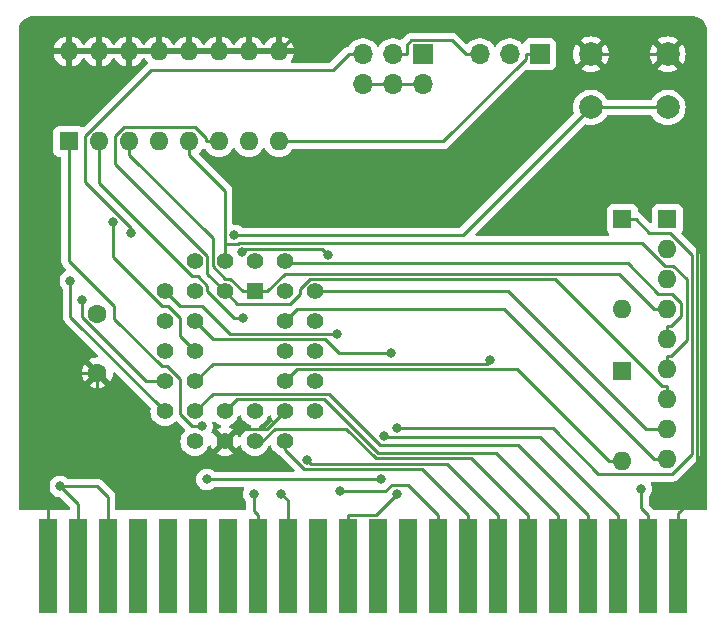
<source format=gbr>
%TF.GenerationSoftware,KiCad,Pcbnew,8.0.2*%
%TF.CreationDate,2024-09-02T19:20:55+02:00*%
%TF.ProjectId,c64-megacart,6336342d-6d65-4676-9163-6172742e6b69,rev?*%
%TF.SameCoordinates,Original*%
%TF.FileFunction,Copper,L1,Top*%
%TF.FilePolarity,Positive*%
%FSLAX46Y46*%
G04 Gerber Fmt 4.6, Leading zero omitted, Abs format (unit mm)*
G04 Created by KiCad (PCBNEW 8.0.2) date 2024-09-02 19:20:55*
%MOMM*%
%LPD*%
G01*
G04 APERTURE LIST*
%TA.AperFunction,ComponentPad*%
%ADD10C,1.600000*%
%TD*%
%TA.AperFunction,ComponentPad*%
%ADD11C,2.000000*%
%TD*%
%TA.AperFunction,SMDPad,CuDef*%
%ADD12R,1.524000X8.000000*%
%TD*%
%TA.AperFunction,ComponentPad*%
%ADD13R,1.600000X1.600000*%
%TD*%
%TA.AperFunction,ComponentPad*%
%ADD14O,1.600000X1.600000*%
%TD*%
%TA.AperFunction,ComponentPad*%
%ADD15R,1.700000X1.700000*%
%TD*%
%TA.AperFunction,ComponentPad*%
%ADD16O,1.700000X1.700000*%
%TD*%
%TA.AperFunction,ComponentPad*%
%ADD17R,1.422400X1.422400*%
%TD*%
%TA.AperFunction,ComponentPad*%
%ADD18C,1.422400*%
%TD*%
%TA.AperFunction,ViaPad*%
%ADD19C,0.800000*%
%TD*%
%TA.AperFunction,Conductor*%
%ADD20C,0.250000*%
%TD*%
G04 APERTURE END LIST*
D10*
%TO.P,C1,1*%
%TO.N,+5V*%
X29845000Y-51435000D03*
%TO.P,C1,2*%
%TO.N,GND*%
X29845000Y-56435000D03*
%TD*%
D11*
%TO.P,SW1,1*%
%TO.N,GND*%
X71628000Y-29464000D03*
X78128000Y-29464000D03*
%TO.P,SW1,2*%
%TO.N,~{RES}*%
X71628000Y-33964000D03*
X78128000Y-33964000D03*
%TD*%
D12*
%TO.P,U1,1*%
%TO.N,GND*%
X25654000Y-72769726D03*
%TO.P,U1,2*%
%TO.N,+5V*%
X28194000Y-72769726D03*
%TO.P,U1,3*%
X30734000Y-72769726D03*
%TO.P,U1,4*%
%TO.N,Net-(U1-Pad4)*%
X33274000Y-72769726D03*
%TO.P,U1,5*%
%TO.N,Net-(U1-Pad5)*%
X35814000Y-72769726D03*
%TO.P,U1,6*%
%TO.N,Net-(U1-Pad6)*%
X38354000Y-72769726D03*
%TO.P,U1,7*%
%TO.N,Net-(U1-Pad7)*%
X40894000Y-72769726D03*
%TO.P,U1,8*%
%TO.N,~{GAME}*%
X43434000Y-72769726D03*
%TO.P,U1,9*%
%TO.N,~{EXROM}*%
X45974000Y-72769726D03*
%TO.P,U1,10*%
%TO.N,Net-(U1-Pad10)*%
X48514000Y-72769726D03*
%TO.P,U1,11*%
%TO.N,~{ROML}*%
X51054000Y-72769726D03*
%TO.P,U1,12*%
%TO.N,Net-(U1-Pad12)*%
X53594000Y-72769726D03*
%TO.P,U1,13*%
%TO.N,Net-(U1-Pad13)*%
X56134000Y-72769726D03*
%TO.P,U1,14*%
%TO.N,D7*%
X58674000Y-72769726D03*
%TO.P,U1,15*%
%TO.N,D6*%
X61214000Y-72769726D03*
%TO.P,U1,16*%
%TO.N,D5*%
X63754000Y-72769726D03*
%TO.P,U1,17*%
%TO.N,D4*%
X66294000Y-72769726D03*
%TO.P,U1,18*%
%TO.N,D3*%
X68834000Y-72769726D03*
%TO.P,U1,19*%
%TO.N,D2*%
X71374000Y-72769726D03*
%TO.P,U1,20*%
%TO.N,D1*%
X73914000Y-72769726D03*
%TO.P,U1,21*%
%TO.N,D0*%
X76454000Y-72769726D03*
%TO.P,U1,22*%
%TO.N,GND*%
X78994000Y-72769726D03*
%TD*%
D13*
%TO.P,RN1,1*%
%TO.N,+5V*%
X78105000Y-43434000D03*
D14*
%TO.P,RN1,2*%
%TO.N,~{OE}*%
X78105000Y-45974000D03*
%TO.P,RN1,3*%
%TO.N,Net-(RN1-Pad3)*%
X78105000Y-48514000D03*
%TO.P,RN1,4*%
%TO.N,A18*%
X78105000Y-51054000D03*
%TO.P,RN1,5*%
%TO.N,A17*%
X78105000Y-53594000D03*
%TO.P,RN1,6*%
%TO.N,A16*%
X78105000Y-56134000D03*
%TO.P,RN1,7*%
%TO.N,A15*%
X78105000Y-58674000D03*
%TO.P,RN1,8*%
%TO.N,A14*%
X78105000Y-61214000D03*
%TO.P,RN1,9*%
%TO.N,A13*%
X78105000Y-63754000D03*
%TD*%
D13*
%TO.P,D1,1*%
%TO.N,~{ROML}*%
X74295000Y-43434000D03*
D14*
%TO.P,D1,2*%
%TO.N,~{OE}*%
X74295000Y-51054000D03*
%TD*%
D13*
%TO.P,D2,1*%
%TO.N,~{ROMH}*%
X74295000Y-56261000D03*
D14*
%TO.P,D2,2*%
%TO.N,~{OE}*%
X74295000Y-63881000D03*
%TD*%
D15*
%TO.P,J1,1*%
%TO.N,~{OE}*%
X57404000Y-29464000D03*
D16*
%TO.P,J1,2*%
X57404000Y-32004000D03*
%TO.P,J1,3*%
%TO.N,~{ROML}*%
X54864000Y-29464000D03*
%TO.P,J1,4*%
%TO.N,~{OE}*%
X54864000Y-32004000D03*
%TO.P,J1,5*%
%TO.N,~{ROMH}*%
X52324000Y-29464000D03*
%TO.P,J1,6*%
%TO.N,~{OE}*%
X52324000Y-32004000D03*
%TD*%
D15*
%TO.P,J2,1*%
%TO.N,Net-(J2-Pad1)*%
X67310000Y-29464000D03*
D16*
%TO.P,J2,2*%
%TO.N,A13*%
X64770000Y-29464000D03*
%TO.P,J2,3*%
%TO.N,~{ROML}*%
X62230000Y-29464000D03*
%TD*%
D13*
%TO.P,SW2,1*%
%TO.N,~{GAME}*%
X27432000Y-36830000D03*
D14*
%TO.P,SW2,2*%
%TO.N,~{EXROM}*%
X29972000Y-36830000D03*
%TO.P,SW2,3*%
%TO.N,A18*%
X32512000Y-36830000D03*
%TO.P,SW2,4*%
%TO.N,A17*%
X35052000Y-36830000D03*
%TO.P,SW2,5*%
%TO.N,A16*%
X37592000Y-36830000D03*
%TO.P,SW2,6*%
%TO.N,A15*%
X40132000Y-36830000D03*
%TO.P,SW2,7*%
%TO.N,A14*%
X42672000Y-36830000D03*
%TO.P,SW2,8*%
%TO.N,Net-(J2-Pad1)*%
X45212000Y-36830000D03*
%TO.P,SW2,9*%
%TO.N,GND*%
X45212000Y-29210000D03*
%TO.P,SW2,10*%
X42672000Y-29210000D03*
%TO.P,SW2,11*%
X40132000Y-29210000D03*
%TO.P,SW2,12*%
X37592000Y-29210000D03*
%TO.P,SW2,13*%
X35052000Y-29210000D03*
%TO.P,SW2,14*%
X32512000Y-29210000D03*
%TO.P,SW2,15*%
X29972000Y-29210000D03*
%TO.P,SW2,16*%
X27432000Y-29210000D03*
%TD*%
D17*
%TO.P,U2,1*%
%TO.N,A18*%
X43180000Y-49530000D03*
D18*
%TO.P,U2,2*%
%TO.N,A16*%
X40640000Y-46990000D03*
%TO.P,U2,3*%
%TO.N,A15*%
X40640000Y-49530000D03*
%TO.P,U2,4*%
%TO.N,Net-(U1-PadK)*%
X38100000Y-46990000D03*
%TO.P,U2,5*%
%TO.N,Net-(U1-PadR)*%
X35560000Y-49530000D03*
%TO.P,U2,6*%
%TO.N,Net-(U1-PadS)*%
X38100000Y-49530000D03*
%TO.P,U2,7*%
%TO.N,Net-(U1-PadT)*%
X35560000Y-52070000D03*
%TO.P,U2,8*%
%TO.N,Net-(U1-PadU)*%
X38100000Y-52070000D03*
%TO.P,U2,9*%
%TO.N,Net-(U1-PadV)*%
X35560000Y-54610000D03*
%TO.P,U2,10*%
%TO.N,Net-(U1-PadW)*%
X38100000Y-54610000D03*
%TO.P,U2,11*%
%TO.N,Net-(U1-PadX)*%
X35560000Y-57150000D03*
%TO.P,U2,12*%
%TO.N,Net-(U1-PadY)*%
X38100000Y-57150000D03*
%TO.P,U2,13*%
%TO.N,D0*%
X35560000Y-59690000D03*
%TO.P,U2,14*%
%TO.N,D1*%
X38100000Y-62230000D03*
%TO.P,U2,15*%
%TO.N,D2*%
X38100000Y-59690000D03*
%TO.P,U2,16*%
%TO.N,GND*%
X40640000Y-62230000D03*
%TO.P,U2,17*%
%TO.N,D3*%
X40640000Y-59690000D03*
%TO.P,U2,18*%
%TO.N,D4*%
X43180000Y-62230000D03*
%TO.P,U2,19*%
%TO.N,D5*%
X43180000Y-59690000D03*
%TO.P,U2,20*%
%TO.N,D6*%
X45720000Y-62230000D03*
%TO.P,U2,21*%
%TO.N,D7*%
X48260000Y-59690000D03*
%TO.P,U2,22*%
%TO.N,GND*%
X45720000Y-59690000D03*
%TO.P,U2,23*%
%TO.N,Net-(U1-PadM)*%
X48260000Y-57150000D03*
%TO.P,U2,24*%
%TO.N,~{OE}*%
X45720000Y-57150000D03*
%TO.P,U2,25*%
%TO.N,Net-(U1-PadL)*%
X48260000Y-54610000D03*
%TO.P,U2,26*%
%TO.N,Net-(U1-PadN)*%
X45720000Y-54610000D03*
%TO.P,U2,27*%
%TO.N,Net-(U1-PadP)*%
X48260000Y-52070000D03*
%TO.P,U2,28*%
%TO.N,A13*%
X45720000Y-52070000D03*
%TO.P,U2,29*%
%TO.N,A14*%
X48260000Y-49530000D03*
%TO.P,U2,30*%
%TO.N,A17*%
X45720000Y-46990000D03*
%TO.P,U2,31*%
%TO.N,+5V*%
X45720000Y-49530000D03*
%TO.P,U2,32*%
X43180000Y-46990000D03*
%TD*%
D19*
%TO.N,GND*%
X79625000Y-66301300D03*
%TO.N,+5V*%
X26670000Y-66040000D03*
%TO.N,Net-(U1-PadU)*%
X54669500Y-54776500D03*
%TO.N,Net-(U1-PadV)*%
X42112100Y-46195300D03*
X49377500Y-46445700D03*
%TO.N,Net-(U1-PadW)*%
X31152600Y-43649800D03*
%TO.N,Net-(U1-PadX)*%
X28538500Y-50293400D03*
%TO.N,Net-(U1-PadY)*%
X63103900Y-55369200D03*
%TO.N,Net-(U1-PadR)*%
X50128700Y-53123200D03*
%TO.N,~{RES}*%
X41442100Y-44799700D03*
%TO.N,~{GAME}*%
X38708000Y-60947300D03*
X43088900Y-66698200D03*
%TO.N,~{EXROM}*%
X42143400Y-51758100D03*
X45417500Y-66677300D03*
%TO.N,~{ROML}*%
X55194200Y-66679800D03*
X55194200Y-61144000D03*
%TO.N,D7*%
X50386100Y-66446300D03*
%TO.N,D5*%
X47631800Y-63813700D03*
%TO.N,D1*%
X39116000Y-65457600D03*
X53892300Y-65457600D03*
X54098600Y-61800600D03*
%TO.N,D0*%
X27555400Y-48630800D03*
X75908200Y-66275700D03*
%TO.N,~{ROMH}*%
X32713000Y-44562300D03*
%TD*%
D20*
%TO.N,GND*%
X42672000Y-29210000D02*
X40132000Y-29210000D01*
X44216200Y-61193800D02*
X45720000Y-59690000D01*
X24765000Y-64770000D02*
X25654000Y-65659000D01*
X40640000Y-62230000D02*
X41676200Y-61193800D01*
X78359000Y-29464000D02*
X78128000Y-29464000D01*
X29845000Y-60960000D02*
X34290000Y-65405000D01*
X24765000Y-30480000D02*
X24765000Y-54610000D01*
X24765000Y-54610000D02*
X24765000Y-55245000D01*
X79625100Y-66301300D02*
X80321900Y-66998100D01*
X71628000Y-29464000D02*
X69469000Y-27305000D01*
X24765000Y-55245000D02*
X24765000Y-64770000D01*
X37592000Y-29210000D02*
X35052000Y-29210000D01*
X34290000Y-65405000D02*
X37465000Y-65405000D01*
X25955000Y-56435000D02*
X29845000Y-56435000D01*
X29845000Y-56435000D02*
X29845000Y-60960000D01*
X37465000Y-65405000D02*
X40640000Y-62230000D01*
X24765000Y-55245000D02*
X25955000Y-56435000D01*
X45212000Y-29210000D02*
X42672000Y-29210000D01*
X69469000Y-27305000D02*
X47117000Y-27305000D01*
X41676200Y-61193800D02*
X44216200Y-61193800D01*
X80645000Y-31750000D02*
X78359000Y-29464000D01*
X25654000Y-65659000D02*
X25654000Y-72769700D01*
X32512000Y-29210000D02*
X29972000Y-29210000D01*
X29972000Y-29210000D02*
X27432000Y-29210000D01*
X80645000Y-66675000D02*
X80645000Y-31750000D01*
X78994000Y-68326000D02*
X80321900Y-66998100D01*
X47117000Y-27305000D02*
X45212000Y-29210000D01*
X78994000Y-72769700D02*
X78994000Y-68326000D01*
X26035000Y-29210000D02*
X24765000Y-30480000D01*
X24765000Y-54610000D02*
X24765000Y-55245000D01*
X78128000Y-29464000D02*
X71628000Y-29464000D01*
X79625000Y-66301300D02*
X79625100Y-66301300D01*
X40132000Y-29210000D02*
X37592000Y-29210000D01*
X35052000Y-29210000D02*
X32512000Y-29210000D01*
X27432000Y-29210000D02*
X26035000Y-29210000D01*
X80321900Y-66998100D02*
X80645000Y-66675000D01*
%TO.N,+5V*%
X30734000Y-66929000D02*
X29845000Y-66040000D01*
X28194000Y-67564000D02*
X26670000Y-66040000D01*
X30734000Y-72769700D02*
X30734000Y-66929000D01*
X28194000Y-72769700D02*
X28194000Y-67564000D01*
X29845000Y-66040000D02*
X26670000Y-66040000D01*
%TO.N,A13*%
X76979700Y-63754000D02*
X64252300Y-51026600D01*
X64252300Y-51026600D02*
X46763400Y-51026600D01*
X46763400Y-51026600D02*
X45720000Y-52070000D01*
X78105000Y-63754000D02*
X76979700Y-63754000D01*
%TO.N,A14*%
X76328200Y-61214000D02*
X64644200Y-49530000D01*
X78105000Y-61214000D02*
X76328200Y-61214000D01*
X64644200Y-49530000D02*
X48260000Y-49530000D01*
%TO.N,A15*%
X31359400Y-36389800D02*
X31359400Y-38773300D01*
X46990000Y-49748600D02*
X46162400Y-50576200D01*
X39006700Y-36548700D02*
X38111900Y-35653900D01*
X77667400Y-57548700D02*
X68612100Y-48493400D01*
X39006700Y-36830000D02*
X39006700Y-36548700D01*
X46162400Y-50576200D02*
X41686200Y-50576200D01*
X47830700Y-48493400D02*
X46990000Y-49334100D01*
X78105000Y-58674000D02*
X78105000Y-57548700D01*
X78105000Y-57548700D02*
X77667400Y-57548700D01*
X39144700Y-48034700D02*
X40640000Y-49530000D01*
X38111900Y-35653900D02*
X32095300Y-35653900D01*
X32095300Y-35653900D02*
X31359400Y-36389800D01*
X31359400Y-38773300D02*
X39144700Y-46558600D01*
X39144700Y-46558600D02*
X39144700Y-48034700D01*
X68612100Y-48493400D02*
X47830700Y-48493400D01*
X46990000Y-49334100D02*
X46990000Y-49748600D01*
X41686200Y-50576200D02*
X40640000Y-49530000D01*
X40132000Y-36830000D02*
X39006700Y-36830000D01*
%TO.N,A16*%
X78386300Y-55008700D02*
X79744200Y-53650800D01*
X79744200Y-48511800D02*
X78621000Y-47388600D01*
X77928000Y-47388600D02*
X75996200Y-45456800D01*
X78621000Y-47388600D02*
X77928000Y-47388600D01*
X41738500Y-45543100D02*
X40640000Y-45543100D01*
X37592000Y-37955300D02*
X40640000Y-41003300D01*
X37592000Y-36830000D02*
X37592000Y-37955300D01*
X78105000Y-55008700D02*
X78386300Y-55008700D01*
X40640000Y-41003300D02*
X40640000Y-45543100D01*
X79744200Y-53650800D02*
X79744200Y-48511800D01*
X40640000Y-45543100D02*
X40640000Y-46990000D01*
X41824800Y-45456800D02*
X41738500Y-45543100D01*
X75996200Y-45456800D02*
X41824800Y-45456800D01*
X78105000Y-56134000D02*
X78105000Y-55008700D01*
%TO.N,A17*%
X78386300Y-52468700D02*
X78105000Y-52468700D01*
X78105000Y-53594000D02*
X78105000Y-52468700D01*
X45720000Y-46990000D02*
X45901000Y-47171000D01*
X79233700Y-50535800D02*
X79233700Y-51621300D01*
X74740000Y-47171000D02*
X77353000Y-49784000D01*
X45901000Y-47171000D02*
X74740000Y-47171000D01*
X79233700Y-51621300D02*
X78386300Y-52468700D01*
X77353000Y-49784000D02*
X78481900Y-49784000D01*
X78481900Y-49784000D02*
X79233700Y-50535800D01*
%TO.N,Net-(U1-PadU)*%
X39603500Y-53573500D02*
X38100000Y-52070000D01*
X50324600Y-54776500D02*
X49121600Y-53573500D01*
X49121600Y-53573500D02*
X39603500Y-53573500D01*
X54669500Y-54776500D02*
X50324600Y-54776500D01*
%TO.N,Net-(U1-PadV)*%
X49377500Y-46445700D02*
X48885300Y-45953500D01*
X48885300Y-45953500D02*
X42353900Y-45953500D01*
X42353900Y-45953500D02*
X42112100Y-46195300D01*
%TO.N,Net-(U1-PadW)*%
X38100000Y-54610000D02*
X36830000Y-53340000D01*
X31152600Y-46624900D02*
X31152600Y-43649800D01*
X36830000Y-51819700D02*
X35810100Y-50799800D01*
X35327500Y-50799800D02*
X31152600Y-46624900D01*
X36830000Y-53340000D02*
X36830000Y-51819700D01*
X35810100Y-50799800D02*
X35327500Y-50799800D01*
%TO.N,Net-(U1-PadX)*%
X28538500Y-51719900D02*
X33968600Y-57150000D01*
X28538500Y-50293400D02*
X28538500Y-51719900D01*
X33968600Y-57150000D02*
X35560000Y-57150000D01*
%TO.N,Net-(U1-PadY)*%
X62818300Y-55654800D02*
X63103900Y-55369200D01*
X38100000Y-57150000D02*
X39595200Y-55654800D01*
X39595200Y-55654800D02*
X62818300Y-55654800D01*
%TO.N,Net-(U1-PadR)*%
X38733100Y-50800000D02*
X36830000Y-50800000D01*
X41056300Y-53123200D02*
X38733100Y-50800000D01*
X36830000Y-50800000D02*
X35560000Y-49530000D01*
X50128700Y-53123200D02*
X41056300Y-53123200D01*
%TO.N,A18*%
X41107000Y-48493500D02*
X42143500Y-49530000D01*
X39595100Y-47420900D02*
X40667700Y-48493500D01*
X32512000Y-37955300D02*
X39595100Y-45038400D01*
X39595100Y-45038400D02*
X39595100Y-47420900D01*
X40667700Y-48493500D02*
X41107000Y-48493500D01*
X32512000Y-36830000D02*
X32512000Y-37955300D01*
X76979700Y-51054000D02*
X73968800Y-48043100D01*
X78105000Y-51054000D02*
X76979700Y-51054000D01*
X43180000Y-49530000D02*
X42143500Y-49530000D01*
X45703400Y-48043100D02*
X44216500Y-49530000D01*
X43180000Y-49530000D02*
X44216500Y-49530000D01*
X73968800Y-48043100D02*
X45703400Y-48043100D01*
%TO.N,~{OE}*%
X54864000Y-32004000D02*
X52324000Y-32004000D01*
X57404000Y-32004000D02*
X54864000Y-32004000D01*
X65393900Y-56105200D02*
X73169700Y-63881000D01*
X46764800Y-56105200D02*
X65393900Y-56105200D01*
X45720000Y-57150000D02*
X46764800Y-56105200D01*
X74295000Y-63881000D02*
X73169700Y-63881000D01*
%TO.N,~{RES}*%
X71628000Y-33964000D02*
X60792300Y-44799700D01*
X71628000Y-33964000D02*
X78128000Y-33964000D01*
X60792300Y-44799700D02*
X41442100Y-44799700D01*
%TO.N,~{GAME}*%
X37879300Y-60947300D02*
X36830000Y-59898000D01*
X43434000Y-68444400D02*
X43088900Y-68099300D01*
X43434000Y-72769700D02*
X43434000Y-68444400D01*
X43088900Y-68099300D02*
X43088900Y-66698200D01*
X35297300Y-55880000D02*
X31286900Y-51869600D01*
X27432000Y-46954500D02*
X27432000Y-36830000D01*
X31286900Y-50809400D02*
X27432000Y-46954500D01*
X35761600Y-55880000D02*
X35297300Y-55880000D01*
X36830000Y-56948400D02*
X35761600Y-55880000D01*
X36830000Y-59898000D02*
X36830000Y-56948400D01*
X38708000Y-60947300D02*
X37879300Y-60947300D01*
X31286900Y-51869600D02*
X31286900Y-50809400D01*
%TO.N,~{EXROM}*%
X39136600Y-49046100D02*
X38350500Y-48260000D01*
X29972000Y-40336000D02*
X29972000Y-37955300D01*
X42143400Y-51758100D02*
X41370600Y-51758100D01*
X29972000Y-36830000D02*
X29972000Y-37955300D01*
X37896000Y-48260000D02*
X29972000Y-40336000D01*
X41370600Y-51758100D02*
X39136600Y-49524100D01*
X39136600Y-49524100D02*
X39136600Y-49046100D01*
X45974000Y-72769700D02*
X45974000Y-67233800D01*
X45974000Y-67233800D02*
X45417500Y-66677300D01*
X38350500Y-48260000D02*
X37896000Y-48260000D01*
%TO.N,~{ROML}*%
X74295000Y-43434000D02*
X75420300Y-43434000D01*
X62230000Y-29464000D02*
X61054700Y-29464000D01*
X59879400Y-28288700D02*
X61054700Y-29464000D01*
X56406600Y-28288700D02*
X59879400Y-28288700D01*
X68383200Y-61144000D02*
X55194200Y-61144000D01*
X51054000Y-72769700D02*
X51054000Y-68444400D01*
X56039300Y-29464000D02*
X56039300Y-28656000D01*
X56039300Y-28656000D02*
X56406600Y-28288700D01*
X51054000Y-68444400D02*
X53429600Y-68444400D01*
X76545600Y-44559300D02*
X78287300Y-44559300D01*
X54864000Y-29464000D02*
X56039300Y-29464000D01*
X78494300Y-65014700D02*
X72253900Y-65014700D01*
X75420300Y-43434000D02*
X76545600Y-44559300D01*
X80194600Y-46466600D02*
X80194600Y-63314400D01*
X80194600Y-63314400D02*
X78494300Y-65014700D01*
X53429600Y-68444400D02*
X55194200Y-66679800D01*
X78287300Y-44559300D02*
X80194600Y-46466600D01*
X72253900Y-65014700D02*
X68383200Y-61144000D01*
%TO.N,D7*%
X54749900Y-65894300D02*
X54197900Y-66446300D01*
X54197900Y-66446300D02*
X50386100Y-66446300D01*
X58674000Y-68444400D02*
X56123900Y-65894300D01*
X58674000Y-72769700D02*
X58674000Y-68444400D01*
X56123900Y-65894300D02*
X54749900Y-65894300D01*
%TO.N,D6*%
X57340800Y-64571200D02*
X61214000Y-68444400D01*
X61214000Y-72769700D02*
X61214000Y-68444400D01*
X45720000Y-62230000D02*
X45720000Y-62927600D01*
X47363600Y-64571200D02*
X57340800Y-64571200D01*
X45720000Y-62927600D02*
X47363600Y-64571200D01*
%TO.N,D5*%
X47631800Y-63813700D02*
X47939000Y-64120900D01*
X47939000Y-64120900D02*
X59430500Y-64120900D01*
X59430500Y-64120900D02*
X63754000Y-68444400D01*
X63754000Y-72769700D02*
X63754000Y-68444400D01*
%TO.N,D4*%
X44862400Y-61184500D02*
X50921300Y-61184500D01*
X43180000Y-62230000D02*
X43816900Y-62230000D01*
X61520200Y-63670600D02*
X66294000Y-68444400D01*
X66294000Y-72769700D02*
X66294000Y-68444400D01*
X43816900Y-62230000D02*
X44862400Y-61184500D01*
X53407400Y-63670600D02*
X61520200Y-63670600D01*
X50921300Y-61184500D02*
X53407400Y-63670600D01*
%TO.N,D3*%
X63609900Y-63220300D02*
X68834000Y-68444400D01*
X68834000Y-72769700D02*
X68834000Y-68444400D01*
X49019000Y-58645300D02*
X53594000Y-63220300D01*
X40640000Y-59690000D02*
X41684700Y-58645300D01*
X53594000Y-63220300D02*
X63609900Y-63220300D01*
X41684700Y-58645300D02*
X49019000Y-58645300D01*
%TO.N,D2*%
X53780900Y-62544900D02*
X49422600Y-58186600D01*
X71374000Y-72769700D02*
X71374000Y-68444400D01*
X71374000Y-68444400D02*
X65474500Y-62544900D01*
X39603400Y-58186600D02*
X38100000Y-59690000D01*
X49422600Y-58186600D02*
X39603400Y-58186600D01*
X65474500Y-62544900D02*
X53780900Y-62544900D01*
%TO.N,D1*%
X73914000Y-68444400D02*
X67339000Y-61869400D01*
X73914000Y-72769700D02*
X73914000Y-68444400D01*
X39116000Y-65457600D02*
X53892300Y-65457600D01*
X54167400Y-61869400D02*
X54098600Y-61800600D01*
X67339000Y-61869400D02*
X54167400Y-61869400D01*
%TO.N,D0*%
X76454000Y-72769700D02*
X76454000Y-68444400D01*
X76454000Y-68444400D02*
X75908200Y-67898600D01*
X27555400Y-51685400D02*
X35560000Y-59690000D01*
X75908200Y-67898600D02*
X75908200Y-66275700D01*
X27555400Y-48630800D02*
X27555400Y-51685400D01*
%TO.N,~{ROMH}*%
X49784100Y-30828600D02*
X51148700Y-29464000D01*
X32713000Y-44184400D02*
X28833300Y-40304700D01*
X52324000Y-29464000D02*
X51148700Y-29464000D01*
X28833300Y-40304700D02*
X28833300Y-36349400D01*
X28833300Y-36349400D02*
X34354100Y-30828600D01*
X34354100Y-30828600D02*
X49784100Y-30828600D01*
X32713000Y-44562300D02*
X32713000Y-44184400D01*
%TO.N,Net-(J2-Pad1)*%
X66134700Y-29831300D02*
X59136000Y-36830000D01*
X59136000Y-36830000D02*
X45212000Y-36830000D01*
X66134700Y-29464000D02*
X66134700Y-29831300D01*
X67310000Y-29464000D02*
X66134700Y-29464000D01*
%TD*%
%TA.AperFunction,Conductor*%
%TO.N,GND*%
G36*
X80268930Y-26237888D02*
G01*
X80440975Y-26251428D01*
X80460503Y-26254521D01*
X80541991Y-26274084D01*
X80623480Y-26293648D01*
X80642283Y-26299758D01*
X80797128Y-26363897D01*
X80814745Y-26372873D01*
X80957658Y-26460450D01*
X80973653Y-26472072D01*
X81101098Y-26580920D01*
X81115079Y-26594901D01*
X81223927Y-26722346D01*
X81235549Y-26738341D01*
X81323126Y-26881254D01*
X81332102Y-26898871D01*
X81396241Y-27053716D01*
X81402351Y-27072520D01*
X81441478Y-27235496D01*
X81444571Y-27255024D01*
X81458112Y-27427069D01*
X81458500Y-27436955D01*
X81458500Y-67946000D01*
X81438498Y-68014121D01*
X81384842Y-68060614D01*
X81332500Y-68072000D01*
X77029696Y-68072000D01*
X76961575Y-68051998D01*
X76940601Y-68035095D01*
X76578605Y-67673099D01*
X76544579Y-67610787D01*
X76541700Y-67584004D01*
X76541700Y-66978224D01*
X76561702Y-66910103D01*
X76574058Y-66893920D01*
X76647240Y-66812644D01*
X76742727Y-66647256D01*
X76801742Y-66465628D01*
X76821704Y-66275700D01*
X76801742Y-66085772D01*
X76742727Y-65904144D01*
X76715135Y-65856354D01*
X76704077Y-65837200D01*
X76687339Y-65768205D01*
X76710559Y-65701113D01*
X76766367Y-65657226D01*
X76813196Y-65648200D01*
X78556693Y-65648200D01*
X78556694Y-65648200D01*
X78679085Y-65623855D01*
X78794375Y-65576100D01*
X78898133Y-65506771D01*
X80686671Y-63718233D01*
X80756000Y-63614475D01*
X80803755Y-63499185D01*
X80828100Y-63376794D01*
X80828100Y-63252007D01*
X80828100Y-46404206D01*
X80803755Y-46281815D01*
X80786020Y-46239000D01*
X80756001Y-46166525D01*
X80686672Y-46062767D01*
X79325298Y-44701394D01*
X79291275Y-44639084D01*
X79296339Y-44568269D01*
X79313528Y-44536791D01*
X79355889Y-44480204D01*
X79406989Y-44343201D01*
X79413500Y-44282638D01*
X79413500Y-42585362D01*
X79413499Y-42585350D01*
X79406990Y-42524803D01*
X79406988Y-42524795D01*
X79355889Y-42387797D01*
X79355887Y-42387792D01*
X79268261Y-42270738D01*
X79151207Y-42183112D01*
X79151202Y-42183110D01*
X79014204Y-42132011D01*
X79014196Y-42132009D01*
X78953649Y-42125500D01*
X78953638Y-42125500D01*
X77256362Y-42125500D01*
X77256350Y-42125500D01*
X77195803Y-42132009D01*
X77195795Y-42132011D01*
X77058797Y-42183110D01*
X77058792Y-42183112D01*
X76941738Y-42270738D01*
X76854112Y-42387792D01*
X76854110Y-42387797D01*
X76803011Y-42524795D01*
X76803009Y-42524803D01*
X76796500Y-42585350D01*
X76796500Y-43610104D01*
X76776498Y-43678225D01*
X76722842Y-43724718D01*
X76652568Y-43734822D01*
X76587988Y-43705328D01*
X76581405Y-43699200D01*
X76444233Y-43562028D01*
X75824133Y-42941929D01*
X75720375Y-42872600D01*
X75681280Y-42856406D01*
X75626001Y-42811858D01*
X75603580Y-42744495D01*
X75603500Y-42739998D01*
X75603500Y-42585367D01*
X75603499Y-42585350D01*
X75596990Y-42524803D01*
X75596988Y-42524795D01*
X75545889Y-42387797D01*
X75545887Y-42387792D01*
X75458261Y-42270738D01*
X75341207Y-42183112D01*
X75341202Y-42183110D01*
X75204204Y-42132011D01*
X75204196Y-42132009D01*
X75143649Y-42125500D01*
X75143638Y-42125500D01*
X73446362Y-42125500D01*
X73446350Y-42125500D01*
X73385803Y-42132009D01*
X73385795Y-42132011D01*
X73248797Y-42183110D01*
X73248792Y-42183112D01*
X73131738Y-42270738D01*
X73044112Y-42387792D01*
X73044110Y-42387797D01*
X72993011Y-42524795D01*
X72993009Y-42524803D01*
X72986500Y-42585350D01*
X72986500Y-44282649D01*
X72993009Y-44343196D01*
X72993011Y-44343204D01*
X73044110Y-44480202D01*
X73044112Y-44480207D01*
X73131740Y-44597263D01*
X73138111Y-44603634D01*
X73136916Y-44604828D01*
X73173178Y-44653269D01*
X73178242Y-44724085D01*
X73144216Y-44786396D01*
X73081904Y-44820421D01*
X73055122Y-44823300D01*
X61968794Y-44823300D01*
X61900673Y-44803298D01*
X61854180Y-44749642D01*
X61844076Y-44679368D01*
X61873570Y-44614788D01*
X61879699Y-44608205D01*
X64100112Y-42387792D01*
X71049541Y-35438361D01*
X71111851Y-35404337D01*
X71168045Y-35404938D01*
X71391289Y-35458535D01*
X71628000Y-35477165D01*
X71864711Y-35458535D01*
X72095594Y-35403105D01*
X72314963Y-35312240D01*
X72517416Y-35188176D01*
X72697969Y-35033969D01*
X72852176Y-34853416D01*
X72972134Y-34657662D01*
X73024780Y-34610034D01*
X73079565Y-34597500D01*
X76676435Y-34597500D01*
X76744556Y-34617502D01*
X76783865Y-34657662D01*
X76903824Y-34853416D01*
X76903825Y-34853417D01*
X76903826Y-34853419D01*
X77058030Y-35033969D01*
X77207739Y-35161832D01*
X77238584Y-35188176D01*
X77441037Y-35312240D01*
X77660406Y-35403105D01*
X77891289Y-35458535D01*
X78128000Y-35477165D01*
X78364711Y-35458535D01*
X78595594Y-35403105D01*
X78814963Y-35312240D01*
X79017416Y-35188176D01*
X79197969Y-35033969D01*
X79352176Y-34853416D01*
X79476240Y-34650963D01*
X79567105Y-34431594D01*
X79622535Y-34200711D01*
X79641165Y-33964000D01*
X79622535Y-33727289D01*
X79567105Y-33496406D01*
X79476240Y-33277037D01*
X79352176Y-33074584D01*
X79352173Y-33074580D01*
X79197969Y-32894030D01*
X79017419Y-32739826D01*
X79017417Y-32739825D01*
X79017416Y-32739824D01*
X78814963Y-32615760D01*
X78595594Y-32524895D01*
X78595592Y-32524894D01*
X78437651Y-32486976D01*
X78364711Y-32469465D01*
X78128000Y-32450835D01*
X77891289Y-32469465D01*
X77660407Y-32524894D01*
X77441038Y-32615759D01*
X77238582Y-32739825D01*
X77238580Y-32739826D01*
X77058030Y-32894030D01*
X76903826Y-33074580D01*
X76903825Y-33074582D01*
X76903824Y-33074584D01*
X76783865Y-33270337D01*
X76731220Y-33317966D01*
X76676435Y-33330500D01*
X73079565Y-33330500D01*
X73011444Y-33310498D01*
X72972134Y-33270337D01*
X72852176Y-33074584D01*
X72852173Y-33074580D01*
X72697969Y-32894030D01*
X72517419Y-32739826D01*
X72517417Y-32739825D01*
X72517416Y-32739824D01*
X72314963Y-32615760D01*
X72095594Y-32524895D01*
X72095592Y-32524894D01*
X71937651Y-32486976D01*
X71864711Y-32469465D01*
X71628000Y-32450835D01*
X71391289Y-32469465D01*
X71160407Y-32524894D01*
X70941038Y-32615759D01*
X70738582Y-32739825D01*
X70738580Y-32739826D01*
X70558030Y-32894030D01*
X70403826Y-33074580D01*
X70403825Y-33074582D01*
X70279759Y-33277038D01*
X70188894Y-33496407D01*
X70133465Y-33727289D01*
X70114835Y-33964000D01*
X70133465Y-34200710D01*
X70187060Y-34423949D01*
X70183513Y-34494857D01*
X70153636Y-34542458D01*
X60566801Y-44129295D01*
X60504489Y-44163321D01*
X60477706Y-44166200D01*
X42150300Y-44166200D01*
X42082179Y-44146198D01*
X42056663Y-44124510D01*
X42053352Y-44120833D01*
X41898852Y-44008582D01*
X41724388Y-43930906D01*
X41537587Y-43891200D01*
X41399500Y-43891200D01*
X41331379Y-43871198D01*
X41284886Y-43817542D01*
X41273500Y-43765200D01*
X41273500Y-40940907D01*
X41273499Y-40940903D01*
X41249155Y-40818515D01*
X41201400Y-40703225D01*
X41132071Y-40599467D01*
X41043833Y-40511229D01*
X38491646Y-37959042D01*
X38457620Y-37896730D01*
X38462685Y-37825915D01*
X38491646Y-37780852D01*
X38533302Y-37739196D01*
X38598198Y-37674300D01*
X38722912Y-37496189D01*
X38778369Y-37451861D01*
X38848988Y-37444552D01*
X38850565Y-37444853D01*
X38934068Y-37461463D01*
X38996977Y-37494371D01*
X39012697Y-37512770D01*
X39060778Y-37581436D01*
X39125795Y-37674291D01*
X39125802Y-37674300D01*
X39287700Y-37836198D01*
X39475251Y-37967523D01*
X39682757Y-38064284D01*
X39903913Y-38123543D01*
X40132000Y-38143498D01*
X40360087Y-38123543D01*
X40581243Y-38064284D01*
X40788749Y-37967523D01*
X40976300Y-37836198D01*
X41138198Y-37674300D01*
X41269523Y-37486749D01*
X41287805Y-37447543D01*
X41334721Y-37394258D01*
X41402998Y-37374796D01*
X41470958Y-37395337D01*
X41516195Y-37447543D01*
X41534477Y-37486749D01*
X41622177Y-37611998D01*
X41665795Y-37674291D01*
X41665802Y-37674300D01*
X41827700Y-37836198D01*
X42015251Y-37967523D01*
X42222757Y-38064284D01*
X42443913Y-38123543D01*
X42672000Y-38143498D01*
X42900087Y-38123543D01*
X43121243Y-38064284D01*
X43328749Y-37967523D01*
X43516300Y-37836198D01*
X43678198Y-37674300D01*
X43809523Y-37486749D01*
X43827805Y-37447543D01*
X43874721Y-37394258D01*
X43942998Y-37374796D01*
X44010958Y-37395337D01*
X44056195Y-37447543D01*
X44074477Y-37486749D01*
X44162177Y-37611998D01*
X44205795Y-37674291D01*
X44205802Y-37674300D01*
X44367700Y-37836198D01*
X44555251Y-37967523D01*
X44762757Y-38064284D01*
X44983913Y-38123543D01*
X45212000Y-38143498D01*
X45440087Y-38123543D01*
X45661243Y-38064284D01*
X45868749Y-37967523D01*
X46056300Y-37836198D01*
X46218198Y-37674300D01*
X46328181Y-37517229D01*
X46383638Y-37472901D01*
X46431394Y-37463500D01*
X59198393Y-37463500D01*
X59198394Y-37463500D01*
X59320785Y-37439155D01*
X59436075Y-37391400D01*
X59539833Y-37322071D01*
X66071565Y-30790337D01*
X66133875Y-30756313D01*
X66204690Y-30761378D01*
X66206065Y-30762005D01*
X66213794Y-30764888D01*
X66213796Y-30764889D01*
X66268900Y-30785442D01*
X66350795Y-30815988D01*
X66350803Y-30815990D01*
X66411350Y-30822499D01*
X66411355Y-30822499D01*
X66411362Y-30822500D01*
X66411368Y-30822500D01*
X68208632Y-30822500D01*
X68208638Y-30822500D01*
X68208645Y-30822499D01*
X68208649Y-30822499D01*
X68269196Y-30815990D01*
X68269199Y-30815989D01*
X68269201Y-30815989D01*
X68406204Y-30764889D01*
X68430199Y-30746927D01*
X68523261Y-30677261D01*
X68610887Y-30560207D01*
X68610887Y-30560206D01*
X68610889Y-30560204D01*
X68661989Y-30423201D01*
X68663800Y-30406362D01*
X68668499Y-30362649D01*
X68668500Y-30362632D01*
X68668500Y-29464000D01*
X70115337Y-29464000D01*
X70133960Y-29700632D01*
X70189371Y-29931437D01*
X70280208Y-30150738D01*
X70394896Y-30337890D01*
X70394897Y-30337890D01*
X71103016Y-29629771D01*
X71115482Y-29676292D01*
X71187890Y-29801708D01*
X71290292Y-29904110D01*
X71415708Y-29976518D01*
X71462226Y-29988982D01*
X70754107Y-30697101D01*
X70754108Y-30697102D01*
X70941261Y-30811791D01*
X71160562Y-30902628D01*
X71391367Y-30958039D01*
X71628000Y-30976662D01*
X71864632Y-30958039D01*
X72095437Y-30902628D01*
X72314738Y-30811791D01*
X72501890Y-30697102D01*
X72501891Y-30697102D01*
X71793772Y-29988982D01*
X71840292Y-29976518D01*
X71965708Y-29904110D01*
X72068110Y-29801708D01*
X72140518Y-29676292D01*
X72152983Y-29629772D01*
X72861102Y-30337891D01*
X72861102Y-30337890D01*
X72975791Y-30150738D01*
X73066628Y-29931437D01*
X73122039Y-29700632D01*
X73140662Y-29464000D01*
X76615337Y-29464000D01*
X76633960Y-29700632D01*
X76689371Y-29931437D01*
X76780208Y-30150738D01*
X76894896Y-30337890D01*
X76894897Y-30337890D01*
X77603016Y-29629771D01*
X77615482Y-29676292D01*
X77687890Y-29801708D01*
X77790292Y-29904110D01*
X77915708Y-29976518D01*
X77962226Y-29988982D01*
X77254107Y-30697101D01*
X77254108Y-30697102D01*
X77441261Y-30811791D01*
X77660562Y-30902628D01*
X77891367Y-30958039D01*
X78128000Y-30976662D01*
X78364632Y-30958039D01*
X78595437Y-30902628D01*
X78814738Y-30811791D01*
X79001890Y-30697102D01*
X79001891Y-30697102D01*
X78293772Y-29988982D01*
X78340292Y-29976518D01*
X78465708Y-29904110D01*
X78568110Y-29801708D01*
X78640518Y-29676292D01*
X78652982Y-29629772D01*
X79361102Y-30337891D01*
X79361102Y-30337890D01*
X79475791Y-30150738D01*
X79566628Y-29931437D01*
X79622039Y-29700632D01*
X79640662Y-29464000D01*
X79622039Y-29227367D01*
X79566628Y-28996562D01*
X79475791Y-28777261D01*
X79361102Y-28590108D01*
X79361101Y-28590107D01*
X78652982Y-29298225D01*
X78640518Y-29251708D01*
X78568110Y-29126292D01*
X78465708Y-29023890D01*
X78340292Y-28951482D01*
X78293771Y-28939016D01*
X79001890Y-28230897D01*
X79001890Y-28230896D01*
X78814738Y-28116208D01*
X78595437Y-28025371D01*
X78364632Y-27969960D01*
X78128000Y-27951337D01*
X77891367Y-27969960D01*
X77660562Y-28025371D01*
X77441266Y-28116206D01*
X77254108Y-28230897D01*
X77254108Y-28230898D01*
X77962227Y-28939017D01*
X77915708Y-28951482D01*
X77790292Y-29023890D01*
X77687890Y-29126292D01*
X77615482Y-29251708D01*
X77603017Y-29298227D01*
X76894898Y-28590108D01*
X76894897Y-28590108D01*
X76780206Y-28777266D01*
X76689371Y-28996562D01*
X76633960Y-29227367D01*
X76615337Y-29464000D01*
X73140662Y-29464000D01*
X73122039Y-29227367D01*
X73066628Y-28996562D01*
X72975791Y-28777261D01*
X72861102Y-28590108D01*
X72861101Y-28590107D01*
X72152982Y-29298226D01*
X72140518Y-29251708D01*
X72068110Y-29126292D01*
X71965708Y-29023890D01*
X71840292Y-28951482D01*
X71793771Y-28939016D01*
X72501890Y-28230897D01*
X72501890Y-28230896D01*
X72314738Y-28116208D01*
X72095437Y-28025371D01*
X71864632Y-27969960D01*
X71628000Y-27951337D01*
X71391367Y-27969960D01*
X71160562Y-28025371D01*
X70941266Y-28116206D01*
X70754108Y-28230897D01*
X70754108Y-28230898D01*
X71462227Y-28939017D01*
X71415708Y-28951482D01*
X71290292Y-29023890D01*
X71187890Y-29126292D01*
X71115482Y-29251708D01*
X71103017Y-29298227D01*
X70394898Y-28590108D01*
X70394897Y-28590108D01*
X70280206Y-28777266D01*
X70189371Y-28996562D01*
X70133960Y-29227367D01*
X70115337Y-29464000D01*
X68668500Y-29464000D01*
X68668500Y-28565367D01*
X68668499Y-28565350D01*
X68661990Y-28504803D01*
X68661988Y-28504795D01*
X68610889Y-28367797D01*
X68610887Y-28367792D01*
X68523261Y-28250738D01*
X68406207Y-28163112D01*
X68406202Y-28163110D01*
X68269204Y-28112011D01*
X68269196Y-28112009D01*
X68208649Y-28105500D01*
X68208638Y-28105500D01*
X66411362Y-28105500D01*
X66411350Y-28105500D01*
X66350803Y-28112009D01*
X66350795Y-28112011D01*
X66213797Y-28163110D01*
X66213792Y-28163112D01*
X66096738Y-28250738D01*
X66009112Y-28367792D01*
X66009111Y-28367795D01*
X65965000Y-28486058D01*
X65922453Y-28542893D01*
X65855932Y-28567703D01*
X65786558Y-28552611D01*
X65754246Y-28527363D01*
X65693240Y-28461094D01*
X65693239Y-28461093D01*
X65693237Y-28461091D01*
X65573372Y-28367796D01*
X65515576Y-28322811D01*
X65317574Y-28215658D01*
X65317572Y-28215657D01*
X65317571Y-28215656D01*
X65104639Y-28142557D01*
X65104630Y-28142555D01*
X65060476Y-28135187D01*
X64882569Y-28105500D01*
X64657431Y-28105500D01*
X64509211Y-28130233D01*
X64435369Y-28142555D01*
X64435360Y-28142557D01*
X64222428Y-28215656D01*
X64222426Y-28215658D01*
X64193347Y-28231395D01*
X64024426Y-28322810D01*
X64024424Y-28322811D01*
X63846762Y-28461091D01*
X63694279Y-28626729D01*
X63605483Y-28762643D01*
X63551479Y-28808731D01*
X63481131Y-28818306D01*
X63416774Y-28788329D01*
X63394517Y-28762643D01*
X63305720Y-28626729D01*
X63153237Y-28461091D01*
X63033372Y-28367796D01*
X62975576Y-28322811D01*
X62777574Y-28215658D01*
X62777572Y-28215657D01*
X62777571Y-28215656D01*
X62564639Y-28142557D01*
X62564630Y-28142555D01*
X62520476Y-28135187D01*
X62342569Y-28105500D01*
X62117431Y-28105500D01*
X61969211Y-28130233D01*
X61895369Y-28142555D01*
X61895360Y-28142557D01*
X61682428Y-28215656D01*
X61682426Y-28215658D01*
X61653347Y-28231395D01*
X61484426Y-28322810D01*
X61484424Y-28322811D01*
X61306759Y-28461094D01*
X61223592Y-28551436D01*
X61162739Y-28588007D01*
X61091774Y-28585872D01*
X61041797Y-28555193D01*
X60283235Y-27796631D01*
X60283233Y-27796629D01*
X60179475Y-27727300D01*
X60064185Y-27679545D01*
X59990486Y-27664885D01*
X59941796Y-27655200D01*
X59941794Y-27655200D01*
X56344206Y-27655200D01*
X56344200Y-27655200D01*
X56221817Y-27679544D01*
X56221809Y-27679546D01*
X56188047Y-27693530D01*
X56188047Y-27693531D01*
X56106525Y-27727299D01*
X56002767Y-27796627D01*
X55635467Y-28163929D01*
X55635465Y-28163930D01*
X55589717Y-28209677D01*
X55527405Y-28243702D01*
X55456589Y-28238636D01*
X55440655Y-28231395D01*
X55411579Y-28215660D01*
X55411571Y-28215656D01*
X55198639Y-28142557D01*
X55198630Y-28142555D01*
X55154476Y-28135187D01*
X54976569Y-28105500D01*
X54751431Y-28105500D01*
X54603211Y-28130233D01*
X54529369Y-28142555D01*
X54529360Y-28142557D01*
X54316428Y-28215656D01*
X54316426Y-28215658D01*
X54287347Y-28231395D01*
X54118426Y-28322810D01*
X54118424Y-28322811D01*
X53940762Y-28461091D01*
X53788279Y-28626729D01*
X53699483Y-28762643D01*
X53645479Y-28808731D01*
X53575131Y-28818306D01*
X53510774Y-28788329D01*
X53488517Y-28762643D01*
X53399720Y-28626729D01*
X53247237Y-28461091D01*
X53127372Y-28367796D01*
X53069576Y-28322811D01*
X52871574Y-28215658D01*
X52871572Y-28215657D01*
X52871571Y-28215656D01*
X52658639Y-28142557D01*
X52658630Y-28142555D01*
X52614476Y-28135187D01*
X52436569Y-28105500D01*
X52211431Y-28105500D01*
X52063211Y-28130233D01*
X51989369Y-28142555D01*
X51989360Y-28142557D01*
X51776428Y-28215656D01*
X51776426Y-28215658D01*
X51747347Y-28231395D01*
X51578426Y-28322810D01*
X51578424Y-28322811D01*
X51400762Y-28461091D01*
X51248279Y-28626729D01*
X51248279Y-28626730D01*
X51148421Y-28779573D01*
X51094417Y-28825661D01*
X51067521Y-28834236D01*
X50991757Y-28849306D01*
X50963915Y-28854845D01*
X50963914Y-28854845D01*
X50963911Y-28854846D01*
X50848623Y-28902601D01*
X50744871Y-28971926D01*
X50744864Y-28971931D01*
X49558601Y-30158195D01*
X49496289Y-30192221D01*
X49469506Y-30195100D01*
X46361042Y-30195100D01*
X46292921Y-30175098D01*
X46246428Y-30121442D01*
X46236324Y-30051168D01*
X46257829Y-29996829D01*
X46349087Y-29866498D01*
X46445811Y-29659073D01*
X46445813Y-29659068D01*
X46498082Y-29464000D01*
X45523686Y-29464000D01*
X45532080Y-29455606D01*
X45584741Y-29364394D01*
X45612000Y-29262661D01*
X45612000Y-29157339D01*
X45584741Y-29055606D01*
X45532080Y-28964394D01*
X45523686Y-28956000D01*
X46498082Y-28956000D01*
X46445813Y-28760931D01*
X46445811Y-28760926D01*
X46349087Y-28553501D01*
X46217815Y-28366025D01*
X46217810Y-28366019D01*
X46055980Y-28204189D01*
X46055974Y-28204184D01*
X45868498Y-28072912D01*
X45661073Y-27976188D01*
X45661071Y-27976187D01*
X45466000Y-27923917D01*
X45466000Y-28898314D01*
X45457606Y-28889920D01*
X45366394Y-28837259D01*
X45264661Y-28810000D01*
X45159339Y-28810000D01*
X45057606Y-28837259D01*
X44966394Y-28889920D01*
X44958000Y-28898314D01*
X44958000Y-27923917D01*
X44957999Y-27923917D01*
X44762928Y-27976187D01*
X44762926Y-27976188D01*
X44555501Y-28072912D01*
X44368025Y-28204184D01*
X44368019Y-28204189D01*
X44206189Y-28366019D01*
X44206184Y-28366025D01*
X44074910Y-28553503D01*
X44056194Y-28593641D01*
X44009277Y-28646925D01*
X43941000Y-28666386D01*
X43873040Y-28645844D01*
X43827806Y-28593641D01*
X43809089Y-28553503D01*
X43677815Y-28366025D01*
X43677810Y-28366019D01*
X43515980Y-28204189D01*
X43515974Y-28204184D01*
X43328498Y-28072912D01*
X43121073Y-27976188D01*
X43121071Y-27976187D01*
X42926000Y-27923917D01*
X42926000Y-28898314D01*
X42917606Y-28889920D01*
X42826394Y-28837259D01*
X42724661Y-28810000D01*
X42619339Y-28810000D01*
X42517606Y-28837259D01*
X42426394Y-28889920D01*
X42418000Y-28898314D01*
X42418000Y-27923917D01*
X42417999Y-27923917D01*
X42222928Y-27976187D01*
X42222926Y-27976188D01*
X42015501Y-28072912D01*
X41828025Y-28204184D01*
X41828019Y-28204189D01*
X41666189Y-28366019D01*
X41666184Y-28366025D01*
X41534910Y-28553503D01*
X41516194Y-28593641D01*
X41469277Y-28646925D01*
X41401000Y-28666386D01*
X41333040Y-28645844D01*
X41287806Y-28593641D01*
X41269089Y-28553503D01*
X41137815Y-28366025D01*
X41137810Y-28366019D01*
X40975980Y-28204189D01*
X40975974Y-28204184D01*
X40788498Y-28072912D01*
X40581073Y-27976188D01*
X40581071Y-27976187D01*
X40386000Y-27923917D01*
X40386000Y-28898314D01*
X40377606Y-28889920D01*
X40286394Y-28837259D01*
X40184661Y-28810000D01*
X40079339Y-28810000D01*
X39977606Y-28837259D01*
X39886394Y-28889920D01*
X39878000Y-28898314D01*
X39878000Y-27923917D01*
X39682928Y-27976187D01*
X39682926Y-27976188D01*
X39475501Y-28072912D01*
X39288025Y-28204184D01*
X39288019Y-28204189D01*
X39126189Y-28366019D01*
X39126184Y-28366025D01*
X38994910Y-28553503D01*
X38976194Y-28593641D01*
X38929277Y-28646925D01*
X38861000Y-28666386D01*
X38793040Y-28645844D01*
X38747806Y-28593641D01*
X38729089Y-28553503D01*
X38597815Y-28366025D01*
X38597810Y-28366019D01*
X38435980Y-28204189D01*
X38435974Y-28204184D01*
X38248498Y-28072912D01*
X38041073Y-27976188D01*
X38041071Y-27976187D01*
X37846000Y-27923917D01*
X37846000Y-28898314D01*
X37837606Y-28889920D01*
X37746394Y-28837259D01*
X37644661Y-28810000D01*
X37539339Y-28810000D01*
X37437606Y-28837259D01*
X37346394Y-28889920D01*
X37338000Y-28898314D01*
X37338000Y-27923917D01*
X37142928Y-27976187D01*
X37142926Y-27976188D01*
X36935501Y-28072912D01*
X36748025Y-28204184D01*
X36748019Y-28204189D01*
X36586189Y-28366019D01*
X36586184Y-28366025D01*
X36454910Y-28553503D01*
X36436194Y-28593641D01*
X36389277Y-28646925D01*
X36321000Y-28666386D01*
X36253040Y-28645844D01*
X36207806Y-28593641D01*
X36189089Y-28553503D01*
X36057815Y-28366025D01*
X36057810Y-28366019D01*
X35895980Y-28204189D01*
X35895974Y-28204184D01*
X35708498Y-28072912D01*
X35501073Y-27976188D01*
X35501071Y-27976187D01*
X35306000Y-27923917D01*
X35306000Y-28898314D01*
X35297606Y-28889920D01*
X35206394Y-28837259D01*
X35104661Y-28810000D01*
X34999339Y-28810000D01*
X34897606Y-28837259D01*
X34806394Y-28889920D01*
X34798000Y-28898314D01*
X34798000Y-27923917D01*
X34797999Y-27923917D01*
X34602928Y-27976187D01*
X34602926Y-27976188D01*
X34395501Y-28072912D01*
X34208025Y-28204184D01*
X34208019Y-28204189D01*
X34046189Y-28366019D01*
X34046184Y-28366025D01*
X33914910Y-28553503D01*
X33896194Y-28593641D01*
X33849277Y-28646925D01*
X33781000Y-28666386D01*
X33713040Y-28645844D01*
X33667806Y-28593641D01*
X33649089Y-28553503D01*
X33517815Y-28366025D01*
X33517810Y-28366019D01*
X33355980Y-28204189D01*
X33355974Y-28204184D01*
X33168498Y-28072912D01*
X32961073Y-27976188D01*
X32961071Y-27976187D01*
X32766000Y-27923917D01*
X32766000Y-28898314D01*
X32757606Y-28889920D01*
X32666394Y-28837259D01*
X32564661Y-28810000D01*
X32459339Y-28810000D01*
X32357606Y-28837259D01*
X32266394Y-28889920D01*
X32258000Y-28898314D01*
X32258000Y-27923917D01*
X32257999Y-27923917D01*
X32062928Y-27976187D01*
X32062926Y-27976188D01*
X31855501Y-28072912D01*
X31668025Y-28204184D01*
X31668019Y-28204189D01*
X31506189Y-28366019D01*
X31506184Y-28366025D01*
X31374910Y-28553503D01*
X31356194Y-28593641D01*
X31309277Y-28646925D01*
X31241000Y-28666386D01*
X31173040Y-28645844D01*
X31127806Y-28593641D01*
X31109089Y-28553503D01*
X30977815Y-28366025D01*
X30977810Y-28366019D01*
X30815980Y-28204189D01*
X30815974Y-28204184D01*
X30628498Y-28072912D01*
X30421073Y-27976188D01*
X30421071Y-27976187D01*
X30226000Y-27923917D01*
X30226000Y-28898314D01*
X30217606Y-28889920D01*
X30126394Y-28837259D01*
X30024661Y-28810000D01*
X29919339Y-28810000D01*
X29817606Y-28837259D01*
X29726394Y-28889920D01*
X29718000Y-28898314D01*
X29718000Y-27923917D01*
X29717999Y-27923917D01*
X29522928Y-27976187D01*
X29522926Y-27976188D01*
X29315501Y-28072912D01*
X29128025Y-28204184D01*
X29128019Y-28204189D01*
X28966189Y-28366019D01*
X28966184Y-28366025D01*
X28834910Y-28553503D01*
X28816194Y-28593641D01*
X28769277Y-28646925D01*
X28701000Y-28666386D01*
X28633040Y-28645844D01*
X28587806Y-28593641D01*
X28569089Y-28553503D01*
X28437815Y-28366025D01*
X28437810Y-28366019D01*
X28275980Y-28204189D01*
X28275974Y-28204184D01*
X28088498Y-28072912D01*
X27881073Y-27976188D01*
X27881071Y-27976187D01*
X27686000Y-27923917D01*
X27686000Y-28898314D01*
X27677606Y-28889920D01*
X27586394Y-28837259D01*
X27484661Y-28810000D01*
X27379339Y-28810000D01*
X27277606Y-28837259D01*
X27186394Y-28889920D01*
X27178000Y-28898314D01*
X27178000Y-27923917D01*
X27177999Y-27923917D01*
X26982928Y-27976187D01*
X26982926Y-27976188D01*
X26775501Y-28072912D01*
X26588025Y-28204184D01*
X26588019Y-28204189D01*
X26426189Y-28366019D01*
X26426184Y-28366025D01*
X26294912Y-28553501D01*
X26198188Y-28760926D01*
X26198186Y-28760931D01*
X26145917Y-28956000D01*
X27120314Y-28956000D01*
X27111920Y-28964394D01*
X27059259Y-29055606D01*
X27032000Y-29157339D01*
X27032000Y-29262661D01*
X27059259Y-29364394D01*
X27111920Y-29455606D01*
X27120314Y-29464000D01*
X26145918Y-29464000D01*
X26198186Y-29659068D01*
X26198188Y-29659073D01*
X26294912Y-29866498D01*
X26426184Y-30053974D01*
X26426189Y-30053980D01*
X26588019Y-30215810D01*
X26588025Y-30215815D01*
X26775501Y-30347087D01*
X26982926Y-30443811D01*
X26982931Y-30443813D01*
X27178000Y-30496081D01*
X27178000Y-29521686D01*
X27186394Y-29530080D01*
X27277606Y-29582741D01*
X27379339Y-29610000D01*
X27484661Y-29610000D01*
X27586394Y-29582741D01*
X27677606Y-29530080D01*
X27686000Y-29521686D01*
X27686000Y-30496081D01*
X27881068Y-30443813D01*
X27881073Y-30443811D01*
X28088498Y-30347087D01*
X28275974Y-30215815D01*
X28275980Y-30215810D01*
X28437810Y-30053980D01*
X28437815Y-30053974D01*
X28569087Y-29866498D01*
X28587805Y-29826359D01*
X28634722Y-29773074D01*
X28702999Y-29753613D01*
X28770959Y-29774155D01*
X28816195Y-29826359D01*
X28834912Y-29866498D01*
X28966184Y-30053974D01*
X28966189Y-30053980D01*
X29128019Y-30215810D01*
X29128025Y-30215815D01*
X29315501Y-30347087D01*
X29522926Y-30443811D01*
X29522931Y-30443813D01*
X29718000Y-30496081D01*
X29718000Y-29521686D01*
X29726394Y-29530080D01*
X29817606Y-29582741D01*
X29919339Y-29610000D01*
X30024661Y-29610000D01*
X30126394Y-29582741D01*
X30217606Y-29530080D01*
X30226000Y-29521686D01*
X30226000Y-30496081D01*
X30421068Y-30443813D01*
X30421073Y-30443811D01*
X30628498Y-30347087D01*
X30815974Y-30215815D01*
X30815980Y-30215810D01*
X30977810Y-30053980D01*
X30977815Y-30053974D01*
X31109087Y-29866498D01*
X31127805Y-29826359D01*
X31174722Y-29773074D01*
X31242999Y-29753613D01*
X31310959Y-29774155D01*
X31356195Y-29826359D01*
X31374912Y-29866498D01*
X31506184Y-30053974D01*
X31506189Y-30053980D01*
X31668019Y-30215810D01*
X31668025Y-30215815D01*
X31855501Y-30347087D01*
X32062926Y-30443811D01*
X32062931Y-30443813D01*
X32258000Y-30496081D01*
X32258000Y-29521686D01*
X32266394Y-29530080D01*
X32357606Y-29582741D01*
X32459339Y-29610000D01*
X32564661Y-29610000D01*
X32666394Y-29582741D01*
X32757606Y-29530080D01*
X32766000Y-29521686D01*
X32766000Y-30496081D01*
X32961068Y-30443813D01*
X32961073Y-30443811D01*
X33168498Y-30347087D01*
X33355974Y-30215815D01*
X33355980Y-30215810D01*
X33517810Y-30053980D01*
X33517815Y-30053974D01*
X33649087Y-29866498D01*
X33667805Y-29826359D01*
X33714722Y-29773074D01*
X33782999Y-29753613D01*
X33850959Y-29774155D01*
X33896195Y-29826359D01*
X33914912Y-29866498D01*
X34046184Y-30053974D01*
X34046189Y-30053980D01*
X34068580Y-30076371D01*
X34102606Y-30138683D01*
X34097541Y-30209498D01*
X34054994Y-30266334D01*
X34049488Y-30270231D01*
X33950267Y-30336529D01*
X33950264Y-30336531D01*
X28686642Y-35600152D01*
X28624330Y-35634178D01*
X28553514Y-35629113D01*
X28522037Y-35611924D01*
X28478208Y-35579113D01*
X28478202Y-35579110D01*
X28341204Y-35528011D01*
X28341196Y-35528009D01*
X28280649Y-35521500D01*
X28280638Y-35521500D01*
X26583362Y-35521500D01*
X26583350Y-35521500D01*
X26522803Y-35528009D01*
X26522795Y-35528011D01*
X26385797Y-35579110D01*
X26385792Y-35579112D01*
X26268738Y-35666738D01*
X26181112Y-35783792D01*
X26181110Y-35783797D01*
X26130011Y-35920795D01*
X26130009Y-35920803D01*
X26123500Y-35981350D01*
X26123500Y-37678649D01*
X26130009Y-37739196D01*
X26130011Y-37739204D01*
X26181110Y-37876202D01*
X26181112Y-37876207D01*
X26268738Y-37993261D01*
X26385792Y-38080887D01*
X26385794Y-38080888D01*
X26385796Y-38080889D01*
X26444875Y-38102924D01*
X26522795Y-38131988D01*
X26522803Y-38131990D01*
X26583350Y-38138499D01*
X26583355Y-38138499D01*
X26583362Y-38138500D01*
X26672500Y-38138500D01*
X26740621Y-38158502D01*
X26787114Y-38212158D01*
X26798500Y-38264500D01*
X26798500Y-46892106D01*
X26798500Y-47016894D01*
X26822845Y-47139285D01*
X26870600Y-47254575D01*
X26939929Y-47358333D01*
X26939931Y-47358335D01*
X27192251Y-47610655D01*
X27226277Y-47672967D01*
X27221212Y-47743782D01*
X27178665Y-47800618D01*
X27154406Y-47814856D01*
X27098651Y-47839680D01*
X27098648Y-47839682D01*
X26944144Y-47951935D01*
X26816365Y-48093848D01*
X26816358Y-48093858D01*
X26720876Y-48259238D01*
X26720873Y-48259245D01*
X26661857Y-48440872D01*
X26641896Y-48630800D01*
X26661857Y-48820727D01*
X26664670Y-48829383D01*
X26720873Y-49002356D01*
X26720876Y-49002361D01*
X26807288Y-49152032D01*
X26816360Y-49167744D01*
X26889537Y-49249015D01*
X26920253Y-49313020D01*
X26921900Y-49333324D01*
X26921900Y-51747796D01*
X26931585Y-51796486D01*
X26946245Y-51870185D01*
X26994000Y-51985475D01*
X27063329Y-52089233D01*
X27063331Y-52089235D01*
X29884833Y-54910737D01*
X29918859Y-54973049D01*
X29913794Y-55043864D01*
X29871247Y-55100700D01*
X29806720Y-55125353D01*
X29616997Y-55141951D01*
X29395931Y-55201186D01*
X29395926Y-55201188D01*
X29188500Y-55297913D01*
X29117109Y-55347899D01*
X29804211Y-56035000D01*
X29792339Y-56035000D01*
X29690606Y-56062259D01*
X29599394Y-56114920D01*
X29524920Y-56189394D01*
X29472259Y-56280606D01*
X29445000Y-56382339D01*
X29445000Y-56394209D01*
X28757900Y-55707109D01*
X28707913Y-55778500D01*
X28611188Y-55985926D01*
X28611186Y-55985931D01*
X28551951Y-56206997D01*
X28532004Y-56435000D01*
X28551951Y-56663002D01*
X28611186Y-56884068D01*
X28611188Y-56884073D01*
X28707913Y-57091501D01*
X28757899Y-57162888D01*
X29445000Y-56475788D01*
X29445000Y-56487661D01*
X29472259Y-56589394D01*
X29524920Y-56680606D01*
X29599394Y-56755080D01*
X29690606Y-56807741D01*
X29792339Y-56835000D01*
X29804210Y-56835000D01*
X29117110Y-57522098D01*
X29117110Y-57522100D01*
X29188498Y-57572086D01*
X29395926Y-57668811D01*
X29395931Y-57668813D01*
X29616999Y-57728048D01*
X29616995Y-57728048D01*
X29845000Y-57747995D01*
X30073002Y-57728048D01*
X30294068Y-57668813D01*
X30294073Y-57668811D01*
X30501497Y-57572088D01*
X30572888Y-57522099D01*
X30572888Y-57522097D01*
X29885791Y-56835000D01*
X29897661Y-56835000D01*
X29999394Y-56807741D01*
X30090606Y-56755080D01*
X30165080Y-56680606D01*
X30217741Y-56589394D01*
X30245000Y-56487661D01*
X30245000Y-56475790D01*
X30932097Y-57162888D01*
X30932099Y-57162888D01*
X30982088Y-57091497D01*
X31078811Y-56884073D01*
X31078813Y-56884068D01*
X31138048Y-56663002D01*
X31154646Y-56473280D01*
X31180509Y-56407162D01*
X31238013Y-56365522D01*
X31308900Y-56361581D01*
X31369262Y-56395166D01*
X34323352Y-59349256D01*
X34357378Y-59411568D01*
X34355966Y-59470955D01*
X34354242Y-59477386D01*
X34340248Y-59637339D01*
X34335641Y-59690000D01*
X34354242Y-59902608D01*
X34374903Y-59979716D01*
X34409478Y-60108753D01*
X34409480Y-60108758D01*
X34499673Y-60302178D01*
X34499674Y-60302180D01*
X34622083Y-60476998D01*
X34622090Y-60477007D01*
X34772992Y-60627909D01*
X34772996Y-60627912D01*
X34772997Y-60627913D01*
X34947820Y-60750326D01*
X35141245Y-60840521D01*
X35347392Y-60895758D01*
X35560000Y-60914359D01*
X35772608Y-60895758D01*
X35978755Y-60840521D01*
X36172180Y-60750326D01*
X36347003Y-60627913D01*
X36416412Y-60558503D01*
X36478722Y-60524480D01*
X36549538Y-60529544D01*
X36594601Y-60558505D01*
X37231494Y-61195398D01*
X37265520Y-61257710D01*
X37260455Y-61328525D01*
X37231496Y-61373587D01*
X37162084Y-61443000D01*
X37039674Y-61617820D01*
X36949480Y-61811241D01*
X36949478Y-61811246D01*
X36923039Y-61909920D01*
X36894242Y-62017392D01*
X36875641Y-62230000D01*
X36894242Y-62442608D01*
X36903084Y-62475606D01*
X36949478Y-62648753D01*
X36949480Y-62648758D01*
X37039673Y-62842178D01*
X37039674Y-62842180D01*
X37162083Y-63016998D01*
X37162090Y-63017007D01*
X37312992Y-63167909D01*
X37313001Y-63167916D01*
X37363866Y-63203532D01*
X37487820Y-63290326D01*
X37681245Y-63380521D01*
X37887392Y-63435758D01*
X38100000Y-63454359D01*
X38312608Y-63435758D01*
X38518755Y-63380521D01*
X38712180Y-63290326D01*
X38887003Y-63167913D01*
X39037913Y-63017003D01*
X39160326Y-62842180D01*
X39250521Y-62648755D01*
X39250523Y-62648749D01*
X39251865Y-62645063D01*
X39293958Y-62587891D01*
X39360279Y-62562552D01*
X39429771Y-62577091D01*
X39480371Y-62626892D01*
X39488668Y-62645060D01*
X39489949Y-62648580D01*
X39580106Y-62841924D01*
X39616660Y-62894128D01*
X40240000Y-62270788D01*
X40240000Y-62282661D01*
X40267259Y-62384394D01*
X40319920Y-62475606D01*
X40394394Y-62550080D01*
X40485606Y-62602741D01*
X40587339Y-62630000D01*
X40599210Y-62630000D01*
X39975870Y-63253338D01*
X39975870Y-63253339D01*
X40028072Y-63289891D01*
X40028071Y-63289891D01*
X40221412Y-63380047D01*
X40221418Y-63380049D01*
X40427479Y-63435263D01*
X40640000Y-63453856D01*
X40852520Y-63435263D01*
X41058581Y-63380049D01*
X41058587Y-63380047D01*
X41251928Y-63289891D01*
X41251929Y-63289890D01*
X41304128Y-63253339D01*
X41304128Y-63253337D01*
X40680791Y-62630000D01*
X40692661Y-62630000D01*
X40794394Y-62602741D01*
X40885606Y-62550080D01*
X40960080Y-62475606D01*
X41012741Y-62384394D01*
X41040000Y-62282661D01*
X41040000Y-62270791D01*
X41663337Y-62894128D01*
X41663339Y-62894128D01*
X41699890Y-62841929D01*
X41699891Y-62841928D01*
X41790045Y-62648592D01*
X41791326Y-62645072D01*
X41792309Y-62643735D01*
X41792374Y-62643598D01*
X41792401Y-62643610D01*
X41833415Y-62587897D01*
X41899734Y-62562552D01*
X41969227Y-62577086D01*
X42019831Y-62626883D01*
X42028130Y-62645051D01*
X42029476Y-62648749D01*
X42119673Y-62842178D01*
X42119674Y-62842180D01*
X42242083Y-63016998D01*
X42242090Y-63017007D01*
X42392992Y-63167909D01*
X42393001Y-63167916D01*
X42443866Y-63203532D01*
X42567820Y-63290326D01*
X42761245Y-63380521D01*
X42967392Y-63435758D01*
X43180000Y-63454359D01*
X43392608Y-63435758D01*
X43598755Y-63380521D01*
X43792180Y-63290326D01*
X43967003Y-63167913D01*
X44117913Y-63017003D01*
X44240326Y-62842180D01*
X44240446Y-62841924D01*
X44284336Y-62747799D01*
X44330521Y-62648755D01*
X44330524Y-62648742D01*
X44331593Y-62645807D01*
X44332418Y-62644685D01*
X44332846Y-62643769D01*
X44333030Y-62643854D01*
X44373680Y-62588631D01*
X44439999Y-62563285D01*
X44509492Y-62577818D01*
X44560097Y-62627614D01*
X44568398Y-62645786D01*
X44569478Y-62648753D01*
X44659673Y-62842178D01*
X44659674Y-62842180D01*
X44782083Y-63016998D01*
X44782090Y-63017007D01*
X44932992Y-63167909D01*
X44932996Y-63167912D01*
X44932997Y-63167913D01*
X45013456Y-63224251D01*
X45107821Y-63290327D01*
X45235713Y-63349963D01*
X45271559Y-63375063D01*
X46505501Y-64609005D01*
X46539527Y-64671317D01*
X46534462Y-64742132D01*
X46491915Y-64798968D01*
X46425395Y-64823779D01*
X46416406Y-64824100D01*
X39824200Y-64824100D01*
X39756079Y-64804098D01*
X39730563Y-64782410D01*
X39728965Y-64780635D01*
X39727253Y-64778734D01*
X39693760Y-64754400D01*
X39572752Y-64666482D01*
X39398288Y-64588806D01*
X39211487Y-64549100D01*
X39020513Y-64549100D01*
X38833711Y-64588806D01*
X38659247Y-64666482D01*
X38504744Y-64778735D01*
X38376965Y-64920648D01*
X38376958Y-64920658D01*
X38281476Y-65086038D01*
X38281473Y-65086045D01*
X38222457Y-65267672D01*
X38202496Y-65457600D01*
X38222457Y-65647527D01*
X38229175Y-65668202D01*
X38281473Y-65829156D01*
X38281476Y-65829161D01*
X38376958Y-65994541D01*
X38376965Y-65994551D01*
X38504744Y-66136464D01*
X38538867Y-66161256D01*
X38659248Y-66248718D01*
X38833712Y-66326394D01*
X39020513Y-66366100D01*
X39211487Y-66366100D01*
X39398288Y-66326394D01*
X39572752Y-66248718D01*
X39727253Y-66136466D01*
X39730563Y-66132790D01*
X39791009Y-66095550D01*
X39824200Y-66091100D01*
X42172126Y-66091100D01*
X42240247Y-66111102D01*
X42286740Y-66164758D01*
X42296844Y-66235032D01*
X42281245Y-66280100D01*
X42254376Y-66326638D01*
X42254373Y-66326645D01*
X42195357Y-66508272D01*
X42175396Y-66698200D01*
X42195357Y-66888127D01*
X42210173Y-66933725D01*
X42254373Y-67069756D01*
X42254376Y-67069761D01*
X42337791Y-67214241D01*
X42349860Y-67235144D01*
X42423037Y-67316415D01*
X42453753Y-67380420D01*
X42455400Y-67400724D01*
X42455400Y-67946000D01*
X42435398Y-68014121D01*
X42381742Y-68060614D01*
X42329400Y-68072000D01*
X31493500Y-68072000D01*
X31425379Y-68051998D01*
X31378886Y-67998342D01*
X31367500Y-67946000D01*
X31367500Y-66866607D01*
X31367499Y-66866603D01*
X31343155Y-66744215D01*
X31295400Y-66628925D01*
X31226071Y-66525167D01*
X31137833Y-66436929D01*
X30248833Y-65547929D01*
X30145075Y-65478600D01*
X30029785Y-65430845D01*
X29956086Y-65416185D01*
X29907396Y-65406500D01*
X29907394Y-65406500D01*
X27378200Y-65406500D01*
X27310079Y-65386498D01*
X27284563Y-65364810D01*
X27281252Y-65361133D01*
X27126752Y-65248882D01*
X26952288Y-65171206D01*
X26765487Y-65131500D01*
X26574513Y-65131500D01*
X26387711Y-65171206D01*
X26213247Y-65248882D01*
X26058744Y-65361135D01*
X25930965Y-65503048D01*
X25930958Y-65503058D01*
X25835476Y-65668438D01*
X25835473Y-65668445D01*
X25776457Y-65850072D01*
X25756496Y-66040000D01*
X25776457Y-66229927D01*
X25792760Y-66280100D01*
X25835473Y-66411556D01*
X25863841Y-66460691D01*
X25930958Y-66576941D01*
X25930965Y-66576951D01*
X26058744Y-66718864D01*
X26058747Y-66718866D01*
X26213248Y-66831118D01*
X26387712Y-66908794D01*
X26574513Y-66948500D01*
X26630406Y-66948500D01*
X26698527Y-66968502D01*
X26719501Y-66985405D01*
X27523595Y-67789499D01*
X27557621Y-67851811D01*
X27560500Y-67878594D01*
X27560500Y-67946000D01*
X27540498Y-68014121D01*
X27486842Y-68060614D01*
X27434500Y-68072000D01*
X23315500Y-68072000D01*
X23247379Y-68051998D01*
X23200886Y-67998342D01*
X23189500Y-67946000D01*
X23189500Y-27436955D01*
X23189888Y-27427069D01*
X23203428Y-27255024D01*
X23206521Y-27235496D01*
X23245648Y-27072520D01*
X23251758Y-27053716D01*
X23315899Y-26898865D01*
X23324869Y-26881259D01*
X23412455Y-26738333D01*
X23424066Y-26722354D01*
X23532928Y-26594892D01*
X23546892Y-26580928D01*
X23674354Y-26472066D01*
X23690333Y-26460455D01*
X23833259Y-26372869D01*
X23850865Y-26363899D01*
X24005721Y-26299756D01*
X24024515Y-26293649D01*
X24187497Y-26254520D01*
X24207023Y-26251428D01*
X24379070Y-26237888D01*
X24388956Y-26237500D01*
X24408531Y-26237500D01*
X80239469Y-26237500D01*
X80259044Y-26237500D01*
X80268930Y-26237888D01*
G37*
%TD.AperFunction*%
%TA.AperFunction,Conductor*%
G36*
X39749266Y-60537264D02*
G01*
X39789314Y-60564231D01*
X39852992Y-60627909D01*
X39852996Y-60627912D01*
X39852997Y-60627913D01*
X40027820Y-60750326D01*
X40105838Y-60786706D01*
X40221245Y-60840521D01*
X40224940Y-60841866D01*
X40282111Y-60883961D01*
X40307448Y-60950283D01*
X40292906Y-61019775D01*
X40243103Y-61070373D01*
X40224943Y-61078667D01*
X40221417Y-61079950D01*
X40028070Y-61170110D01*
X39975869Y-61206660D01*
X40599209Y-61830000D01*
X40587339Y-61830000D01*
X40485606Y-61857259D01*
X40394394Y-61909920D01*
X40319920Y-61984394D01*
X40267259Y-62075606D01*
X40240000Y-62177339D01*
X40240000Y-62189209D01*
X39612023Y-61561232D01*
X39559900Y-61550757D01*
X39508907Y-61501357D01*
X39492717Y-61432231D01*
X39509404Y-61376225D01*
X39542527Y-61318856D01*
X39601542Y-61137228D01*
X39621504Y-60947300D01*
X39601542Y-60757372D01*
X39580385Y-60692260D01*
X39578358Y-60621296D01*
X39615020Y-60560498D01*
X39678732Y-60529172D01*
X39749266Y-60537264D01*
G37*
%TD.AperFunction*%
%TA.AperFunction,Conductor*%
G36*
X41969505Y-60037825D02*
G01*
X42020105Y-60087627D01*
X42028402Y-60105795D01*
X42029480Y-60108758D01*
X42119673Y-60302178D01*
X42119674Y-60302180D01*
X42242083Y-60476998D01*
X42242090Y-60477007D01*
X42392992Y-60627909D01*
X42392996Y-60627912D01*
X42392997Y-60627913D01*
X42567820Y-60750326D01*
X42645838Y-60786706D01*
X42761249Y-60840523D01*
X42764208Y-60841600D01*
X42765328Y-60842425D01*
X42766231Y-60842846D01*
X42766146Y-60843027D01*
X42821378Y-60883696D01*
X42846714Y-60950018D01*
X42832171Y-61019510D01*
X42782367Y-61070107D01*
X42764208Y-61078400D01*
X42761249Y-61079476D01*
X42567820Y-61169674D01*
X42393000Y-61292084D01*
X42392994Y-61292089D01*
X42242089Y-61442994D01*
X42242084Y-61443000D01*
X42119674Y-61617820D01*
X42029473Y-61811257D01*
X42028128Y-61814952D01*
X41986028Y-61872119D01*
X41919703Y-61897449D01*
X41850213Y-61882900D01*
X41799620Y-61833092D01*
X41791328Y-61814931D01*
X41790048Y-61811415D01*
X41699889Y-61618068D01*
X41663340Y-61565870D01*
X41663338Y-61565870D01*
X41040000Y-62189208D01*
X41040000Y-62177339D01*
X41012741Y-62075606D01*
X40960080Y-61984394D01*
X40885606Y-61909920D01*
X40794394Y-61857259D01*
X40692661Y-61830000D01*
X40680790Y-61830000D01*
X41304128Y-61206660D01*
X41251924Y-61170106D01*
X41058580Y-61079949D01*
X41055060Y-61078668D01*
X41053725Y-61077685D01*
X41053598Y-61077626D01*
X41053609Y-61077600D01*
X40997889Y-61036574D01*
X40972551Y-60970252D01*
X40987092Y-60900761D01*
X41036894Y-60850162D01*
X41055063Y-60841865D01*
X41058751Y-60840522D01*
X41058750Y-60840522D01*
X41058755Y-60840521D01*
X41252180Y-60750326D01*
X41427003Y-60627913D01*
X41577913Y-60477003D01*
X41700326Y-60302180D01*
X41790521Y-60108755D01*
X41790523Y-60108745D01*
X41791598Y-60105795D01*
X41792425Y-60104671D01*
X41792846Y-60103769D01*
X41793027Y-60103853D01*
X41833692Y-60048624D01*
X41900013Y-60023285D01*
X41969505Y-60037825D01*
G37*
%TD.AperFunction*%
%TA.AperFunction,Conductor*%
G36*
X44509771Y-60037091D02*
G01*
X44560371Y-60086892D01*
X44568668Y-60105060D01*
X44569949Y-60108580D01*
X44660109Y-60301929D01*
X44722402Y-60390892D01*
X44745090Y-60458166D01*
X44727805Y-60527026D01*
X44676036Y-60575611D01*
X44667409Y-60579571D01*
X44562326Y-60623099D01*
X44562325Y-60623099D01*
X44458571Y-60692426D01*
X44458569Y-60692427D01*
X43978185Y-61172809D01*
X43915873Y-61206834D01*
X43845057Y-61201769D01*
X43816820Y-61186927D01*
X43792179Y-61169673D01*
X43598758Y-61079480D01*
X43595795Y-61078402D01*
X43594671Y-61077574D01*
X43593769Y-61077154D01*
X43593853Y-61076972D01*
X43538624Y-61036308D01*
X43513285Y-60969987D01*
X43527825Y-60900495D01*
X43577627Y-60849895D01*
X43595795Y-60841598D01*
X43598745Y-60840523D01*
X43598755Y-60840521D01*
X43792180Y-60750326D01*
X43967003Y-60627913D01*
X44117913Y-60477003D01*
X44240326Y-60302180D01*
X44330521Y-60108755D01*
X44330523Y-60108749D01*
X44331865Y-60105063D01*
X44373958Y-60047891D01*
X44440279Y-60022552D01*
X44509771Y-60037091D01*
G37*
%TD.AperFunction*%
%TA.AperFunction,Conductor*%
G36*
X29651920Y-28964394D02*
G01*
X29599259Y-29055606D01*
X29572000Y-29157339D01*
X29572000Y-29262661D01*
X29599259Y-29364394D01*
X29651920Y-29455606D01*
X29660314Y-29464000D01*
X27743686Y-29464000D01*
X27752080Y-29455606D01*
X27804741Y-29364394D01*
X27832000Y-29262661D01*
X27832000Y-29157339D01*
X27804741Y-29055606D01*
X27752080Y-28964394D01*
X27743686Y-28956000D01*
X29660314Y-28956000D01*
X29651920Y-28964394D01*
G37*
%TD.AperFunction*%
%TA.AperFunction,Conductor*%
G36*
X32191920Y-28964394D02*
G01*
X32139259Y-29055606D01*
X32112000Y-29157339D01*
X32112000Y-29262661D01*
X32139259Y-29364394D01*
X32191920Y-29455606D01*
X32200314Y-29464000D01*
X30283686Y-29464000D01*
X30292080Y-29455606D01*
X30344741Y-29364394D01*
X30372000Y-29262661D01*
X30372000Y-29157339D01*
X30344741Y-29055606D01*
X30292080Y-28964394D01*
X30283686Y-28956000D01*
X32200314Y-28956000D01*
X32191920Y-28964394D01*
G37*
%TD.AperFunction*%
%TA.AperFunction,Conductor*%
G36*
X34731920Y-28964394D02*
G01*
X34679259Y-29055606D01*
X34652000Y-29157339D01*
X34652000Y-29262661D01*
X34679259Y-29364394D01*
X34731920Y-29455606D01*
X34740314Y-29464000D01*
X32823686Y-29464000D01*
X32832080Y-29455606D01*
X32884741Y-29364394D01*
X32912000Y-29262661D01*
X32912000Y-29157339D01*
X32884741Y-29055606D01*
X32832080Y-28964394D01*
X32823686Y-28956000D01*
X34740314Y-28956000D01*
X34731920Y-28964394D01*
G37*
%TD.AperFunction*%
%TA.AperFunction,Conductor*%
G36*
X37271920Y-28964394D02*
G01*
X37219259Y-29055606D01*
X37192000Y-29157339D01*
X37192000Y-29262661D01*
X37219259Y-29364394D01*
X37271920Y-29455606D01*
X37280314Y-29464000D01*
X35363686Y-29464000D01*
X35372080Y-29455606D01*
X35424741Y-29364394D01*
X35452000Y-29262661D01*
X35452000Y-29157339D01*
X35424741Y-29055606D01*
X35372080Y-28964394D01*
X35363686Y-28956000D01*
X37280314Y-28956000D01*
X37271920Y-28964394D01*
G37*
%TD.AperFunction*%
%TA.AperFunction,Conductor*%
G36*
X39811920Y-28964394D02*
G01*
X39759259Y-29055606D01*
X39732000Y-29157339D01*
X39732000Y-29262661D01*
X39759259Y-29364394D01*
X39811920Y-29455606D01*
X39820314Y-29464000D01*
X37903686Y-29464000D01*
X37912080Y-29455606D01*
X37964741Y-29364394D01*
X37992000Y-29262661D01*
X37992000Y-29157339D01*
X37964741Y-29055606D01*
X37912080Y-28964394D01*
X37903686Y-28956000D01*
X39820314Y-28956000D01*
X39811920Y-28964394D01*
G37*
%TD.AperFunction*%
%TA.AperFunction,Conductor*%
G36*
X42351920Y-28964394D02*
G01*
X42299259Y-29055606D01*
X42272000Y-29157339D01*
X42272000Y-29262661D01*
X42299259Y-29364394D01*
X42351920Y-29455606D01*
X42360314Y-29464000D01*
X40443686Y-29464000D01*
X40452080Y-29455606D01*
X40504741Y-29364394D01*
X40532000Y-29262661D01*
X40532000Y-29157339D01*
X40504741Y-29055606D01*
X40452080Y-28964394D01*
X40443686Y-28956000D01*
X42360314Y-28956000D01*
X42351920Y-28964394D01*
G37*
%TD.AperFunction*%
%TA.AperFunction,Conductor*%
G36*
X44891920Y-28964394D02*
G01*
X44839259Y-29055606D01*
X44812000Y-29157339D01*
X44812000Y-29262661D01*
X44839259Y-29364394D01*
X44891920Y-29455606D01*
X44900314Y-29464000D01*
X42983686Y-29464000D01*
X42992080Y-29455606D01*
X43044741Y-29364394D01*
X43072000Y-29262661D01*
X43072000Y-29157339D01*
X43044741Y-29055606D01*
X42992080Y-28964394D01*
X42983686Y-28956000D01*
X44900314Y-28956000D01*
X44891920Y-28964394D01*
G37*
%TD.AperFunction*%
%TD*%
M02*

</source>
